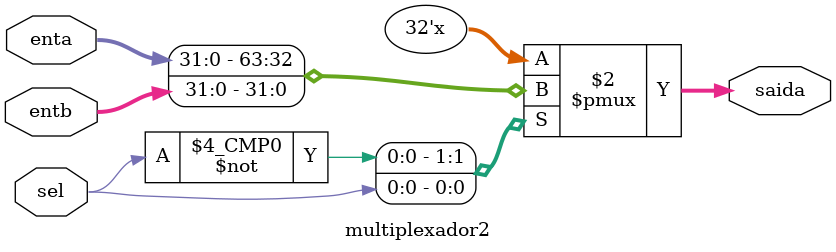
<source format=v>
module multiplexador2(sel, enta, entb, saida);

input sel;
input [31:0] enta, entb;

output reg [31:0] saida;

always@(*)
begin
	case(sel)
		1'b0:
			saida = enta;
		1'b1:
			saida = entb;
		default: begin saida = enta; end
	endcase
end

endmodule

</source>
